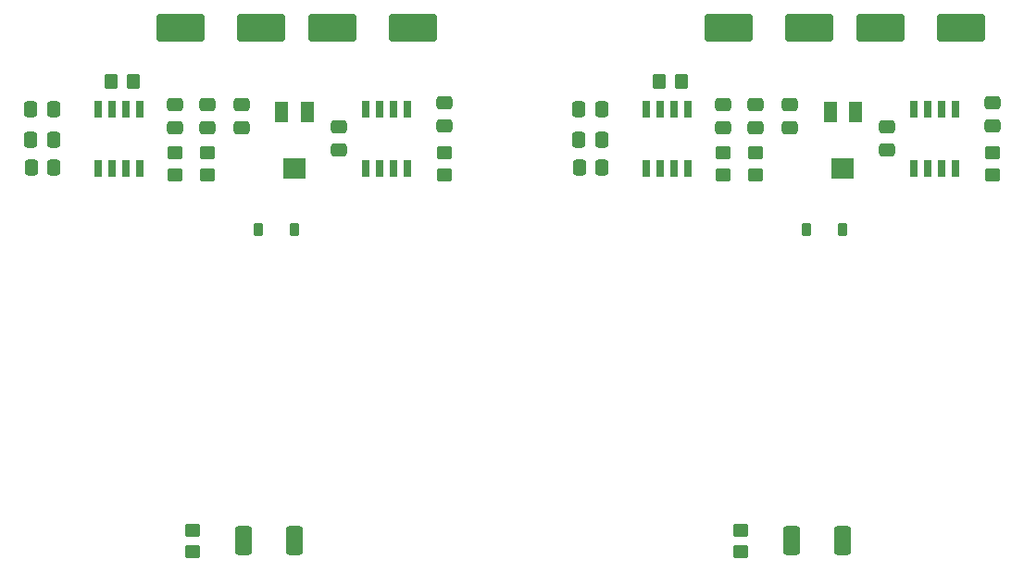
<source format=gbr>
%TF.GenerationSoftware,KiCad,Pcbnew,7.0.10*%
%TF.CreationDate,2024-03-03T12:06:43+01:00*%
%TF.ProjectId,explorer-panel,6578706c-6f72-4657-922d-70616e656c2e,rev?*%
%TF.SameCoordinates,Original*%
%TF.FileFunction,Paste,Top*%
%TF.FilePolarity,Positive*%
%FSLAX46Y46*%
G04 Gerber Fmt 4.6, Leading zero omitted, Abs format (unit mm)*
G04 Created by KiCad (PCBNEW 7.0.10) date 2024-03-03 12:06:43*
%MOMM*%
%LPD*%
G01*
G04 APERTURE LIST*
G04 Aperture macros list*
%AMRoundRect*
0 Rectangle with rounded corners*
0 $1 Rounding radius*
0 $2 $3 $4 $5 $6 $7 $8 $9 X,Y pos of 4 corners*
0 Add a 4 corners polygon primitive as box body*
4,1,4,$2,$3,$4,$5,$6,$7,$8,$9,$2,$3,0*
0 Add four circle primitives for the rounded corners*
1,1,$1+$1,$2,$3*
1,1,$1+$1,$4,$5*
1,1,$1+$1,$6,$7*
1,1,$1+$1,$8,$9*
0 Add four rect primitives between the rounded corners*
20,1,$1+$1,$2,$3,$4,$5,0*
20,1,$1+$1,$4,$5,$6,$7,0*
20,1,$1+$1,$6,$7,$8,$9,0*
20,1,$1+$1,$8,$9,$2,$3,0*%
G04 Aperture macros list end*
%ADD10RoundRect,0.250000X0.450000X-0.350000X0.450000X0.350000X-0.450000X0.350000X-0.450000X-0.350000X0*%
%ADD11RoundRect,0.225000X0.225000X0.375000X-0.225000X0.375000X-0.225000X-0.375000X0.225000X-0.375000X0*%
%ADD12RoundRect,0.250000X0.475000X-0.337500X0.475000X0.337500X-0.475000X0.337500X-0.475000X-0.337500X0*%
%ADD13RoundRect,0.250000X-1.950000X-1.000000X1.950000X-1.000000X1.950000X1.000000X-1.950000X1.000000X0*%
%ADD14R,0.650000X1.525000*%
%ADD15RoundRect,0.249999X-0.512501X-1.075001X0.512501X-1.075001X0.512501X1.075001X-0.512501X1.075001X0*%
%ADD16RoundRect,0.250000X0.337500X0.475000X-0.337500X0.475000X-0.337500X-0.475000X0.337500X-0.475000X0*%
%ADD17RoundRect,0.250000X-0.450000X0.350000X-0.450000X-0.350000X0.450000X-0.350000X0.450000X0.350000X0*%
%ADD18RoundRect,0.250000X-0.350000X-0.450000X0.350000X-0.450000X0.350000X0.450000X-0.350000X0.450000X0*%
%ADD19R,1.300000X1.900000*%
%ADD20R,2.000000X1.900000*%
G04 APERTURE END LIST*
D10*
%TO.C,R1*%
X65592000Y-19000000D03*
X65592000Y-17000000D03*
%TD*%
D11*
%TO.C,D1*%
X26364000Y-24000000D03*
X23064000Y-24000000D03*
%TD*%
D12*
%TO.C,C2*%
X18464000Y-14675000D03*
X18464000Y-12600000D03*
%TD*%
D13*
%TO.C,C4*%
X15968000Y-5524000D03*
X23368000Y-5524000D03*
%TD*%
D10*
%TO.C,R1*%
X15464000Y-19000000D03*
X15464000Y-17000000D03*
%TD*%
D14*
%TO.C,IC1*%
X58582000Y-18400000D03*
X59852000Y-18400000D03*
X61122000Y-18400000D03*
X62392000Y-18400000D03*
X62392000Y-12976000D03*
X61122000Y-12976000D03*
X59852000Y-12976000D03*
X58582000Y-12976000D03*
%TD*%
D15*
%TO.C,_D1*%
X71854500Y-52500000D03*
X76529500Y-52500000D03*
%TD*%
D13*
%TO.C,C6*%
X29828000Y-5524000D03*
X37228000Y-5524000D03*
%TD*%
D16*
%TO.C,C8*%
X54487000Y-15788000D03*
X52412000Y-15788000D03*
%TD*%
%TO.C,C9*%
X54524500Y-18388000D03*
X52449500Y-18388000D03*
%TD*%
D12*
%TO.C,C1*%
X65592000Y-14675000D03*
X65592000Y-12600000D03*
%TD*%
D17*
%TO.C,_R2*%
X17064000Y-51500000D03*
X17064000Y-53500000D03*
%TD*%
D12*
%TO.C,C10*%
X90192000Y-14500000D03*
X90192000Y-12425000D03*
%TD*%
%TO.C,C1*%
X15464000Y-14675000D03*
X15464000Y-12600000D03*
%TD*%
D18*
%TO.C,R4*%
X9652000Y-10477000D03*
X11652000Y-10477000D03*
%TD*%
D12*
%TO.C,C3*%
X30464000Y-16725000D03*
X30464000Y-14650000D03*
%TD*%
D16*
%TO.C,C9*%
X4396500Y-18388000D03*
X2321500Y-18388000D03*
%TD*%
%TO.C,C7*%
X4359000Y-12988000D03*
X2284000Y-12988000D03*
%TD*%
D10*
%TO.C,R2*%
X18464000Y-19000000D03*
X18464000Y-17000000D03*
%TD*%
D11*
%TO.C,D1*%
X76492000Y-24000000D03*
X73192000Y-24000000D03*
%TD*%
D12*
%TO.C,C2*%
X68592000Y-14675000D03*
X68592000Y-12600000D03*
%TD*%
%TO.C,C3*%
X80592000Y-16725000D03*
X80592000Y-14650000D03*
%TD*%
%TO.C,C10*%
X40064000Y-14500000D03*
X40064000Y-12425000D03*
%TD*%
D14*
%TO.C,IC1*%
X8454000Y-18400000D03*
X9724000Y-18400000D03*
X10994000Y-18400000D03*
X12264000Y-18400000D03*
X12264000Y-12976000D03*
X10994000Y-12976000D03*
X9724000Y-12976000D03*
X8454000Y-12976000D03*
%TD*%
%TO.C,IC2*%
X32888000Y-18400000D03*
X34158000Y-18400000D03*
X35428000Y-18400000D03*
X36698000Y-18400000D03*
X36698000Y-12976000D03*
X35428000Y-12976000D03*
X34158000Y-12976000D03*
X32888000Y-12976000D03*
%TD*%
D13*
%TO.C,C4*%
X66096000Y-5524000D03*
X73496000Y-5524000D03*
%TD*%
D15*
%TO.C,_D1*%
X21726500Y-52500000D03*
X26401500Y-52500000D03*
%TD*%
D18*
%TO.C,R4*%
X59780000Y-10477000D03*
X61780000Y-10477000D03*
%TD*%
D12*
%TO.C,C5*%
X21539000Y-14675000D03*
X21539000Y-12600000D03*
%TD*%
D13*
%TO.C,C6*%
X79956000Y-5524000D03*
X87356000Y-5524000D03*
%TD*%
D17*
%TO.C,R3*%
X90192000Y-17000000D03*
X90192000Y-19000000D03*
%TD*%
D16*
%TO.C,C8*%
X4359000Y-15788000D03*
X2284000Y-15788000D03*
%TD*%
D19*
%TO.C,RV1*%
X77671000Y-13300000D03*
D20*
X76521000Y-18400000D03*
D19*
X75371000Y-13300000D03*
%TD*%
D10*
%TO.C,R2*%
X68592000Y-19000000D03*
X68592000Y-17000000D03*
%TD*%
D14*
%TO.C,IC2*%
X83016000Y-18400000D03*
X84286000Y-18400000D03*
X85556000Y-18400000D03*
X86826000Y-18400000D03*
X86826000Y-12976000D03*
X85556000Y-12976000D03*
X84286000Y-12976000D03*
X83016000Y-12976000D03*
%TD*%
D12*
%TO.C,C5*%
X71667000Y-14675000D03*
X71667000Y-12600000D03*
%TD*%
D16*
%TO.C,C7*%
X54487000Y-12988000D03*
X52412000Y-12988000D03*
%TD*%
D17*
%TO.C,_R2*%
X67192000Y-51500000D03*
X67192000Y-53500000D03*
%TD*%
D19*
%TO.C,RV1*%
X27543000Y-13300000D03*
D20*
X26393000Y-18400000D03*
D19*
X25243000Y-13300000D03*
%TD*%
D17*
%TO.C,R3*%
X40064000Y-17000000D03*
X40064000Y-19000000D03*
%TD*%
M02*

</source>
